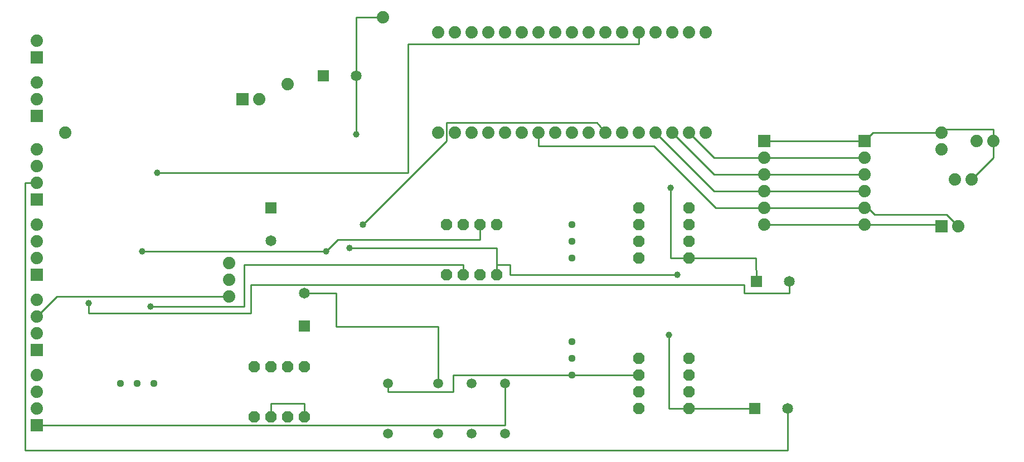
<source format=gbl>
G75*
G70*
%OFA0B0*%
%FSLAX24Y24*%
%IPPOS*%
%LPD*%
%AMOC8*
5,1,8,0,0,1.08239X$1,22.5*
%
%ADD10R,0.0740X0.0740*%
%ADD11C,0.0740*%
%ADD12C,0.0650*%
%ADD13R,0.0650X0.0650*%
%ADD14OC8,0.0680*%
%ADD15C,0.0440*%
%ADD16C,0.0594*%
%ADD17C,0.0100*%
%ADD18C,0.0396*%
%ADD19C,0.0400*%
D10*
X003100Y002600D03*
X003100Y007100D03*
X003100Y011600D03*
X003100Y016100D03*
X003100Y021100D03*
X003100Y024600D03*
X015400Y022100D03*
X046600Y019600D03*
X052600Y019600D03*
X057200Y014500D03*
D11*
X058200Y014500D03*
X052600Y014600D03*
X052600Y015600D03*
X052600Y016600D03*
X052600Y017600D03*
X052600Y018600D03*
X057200Y019100D03*
X057200Y020100D03*
X059300Y019600D03*
X060300Y019600D03*
X059000Y017300D03*
X058000Y017300D03*
X046600Y017600D03*
X046600Y016600D03*
X046600Y015600D03*
X046600Y014600D03*
X046600Y018600D03*
X043100Y020100D03*
X042100Y020100D03*
X041100Y020100D03*
X040100Y020100D03*
X039100Y020100D03*
X038100Y020100D03*
X037100Y020100D03*
X036100Y020100D03*
X035100Y020100D03*
X034100Y020100D03*
X033100Y020100D03*
X032100Y020100D03*
X031100Y020100D03*
X030100Y020100D03*
X029100Y020100D03*
X028100Y020100D03*
X027100Y020100D03*
X018100Y023000D03*
X016400Y022100D03*
X027100Y026100D03*
X028100Y026100D03*
X029100Y026100D03*
X030100Y026100D03*
X031100Y026100D03*
X032100Y026100D03*
X033100Y026100D03*
X034100Y026100D03*
X035100Y026100D03*
X036100Y026100D03*
X037100Y026100D03*
X038100Y026100D03*
X039100Y026100D03*
X040100Y026100D03*
X041100Y026100D03*
X042100Y026100D03*
X043100Y026100D03*
X023800Y027000D03*
X004800Y020100D03*
X003100Y019100D03*
X003100Y018100D03*
X003100Y017100D03*
X003100Y014600D03*
X003100Y013600D03*
X003100Y012600D03*
X003100Y010100D03*
X003100Y009100D03*
X003100Y008100D03*
X003100Y005600D03*
X003100Y004600D03*
X003100Y003600D03*
X014600Y010300D03*
X014600Y011300D03*
X014600Y012300D03*
X003100Y022100D03*
X003100Y023100D03*
X003100Y025600D03*
D12*
X022184Y023500D03*
X017100Y013616D03*
X019100Y010484D03*
X048084Y011200D03*
X047984Y003600D03*
D13*
X046016Y003600D03*
X046116Y011200D03*
X019100Y008516D03*
X017100Y015584D03*
X020216Y023500D03*
D14*
X039100Y015600D03*
X039100Y014600D03*
X039100Y013600D03*
X039100Y012600D03*
X042100Y012600D03*
X042100Y013600D03*
X042100Y014600D03*
X042100Y015600D03*
X030600Y014600D03*
X029600Y014600D03*
X028600Y014600D03*
X027600Y014600D03*
X027600Y011600D03*
X028600Y011600D03*
X029600Y011600D03*
X030600Y011600D03*
X039100Y006600D03*
X039100Y005600D03*
X039100Y004600D03*
X039100Y003600D03*
X042100Y003600D03*
X042100Y004600D03*
X042100Y005600D03*
X042100Y006600D03*
X019100Y006100D03*
X018100Y006100D03*
X017100Y006100D03*
X016100Y006100D03*
X016100Y003100D03*
X017100Y003100D03*
X018100Y003100D03*
X019100Y003100D03*
D15*
X010100Y005100D03*
X009100Y005100D03*
X008100Y005100D03*
X035100Y005600D03*
X035100Y006600D03*
X035100Y007600D03*
X035100Y012600D03*
X035100Y013600D03*
X035100Y014600D03*
D16*
X031100Y005100D03*
X029100Y005100D03*
X027100Y005100D03*
X024100Y005100D03*
X024100Y002100D03*
X027100Y002100D03*
X029100Y002100D03*
X031100Y002100D03*
D17*
X047984Y001100D02*
X002400Y001100D01*
X002400Y017100D01*
X003100Y017100D01*
X010300Y017700D02*
X025300Y017700D01*
X025300Y025400D01*
X039100Y025400D01*
X039100Y026100D01*
X036600Y020700D02*
X027600Y020700D01*
X027600Y019600D01*
X022600Y014600D01*
X021100Y013700D02*
X029600Y013700D01*
X029600Y014600D01*
X030600Y013200D02*
X030600Y012200D01*
X030600Y011600D01*
X031400Y011600D02*
X041400Y011600D01*
X041000Y012600D02*
X042100Y012600D01*
X046100Y012600D01*
X046116Y011200D01*
X045400Y011000D02*
X045400Y010500D01*
X048084Y010500D01*
X048084Y011200D01*
X045400Y011000D02*
X015900Y011000D01*
X015900Y009300D01*
X006200Y009300D01*
X006200Y009900D01*
X004300Y010300D02*
X003100Y009100D01*
X004300Y010300D02*
X014600Y010300D01*
X015500Y009700D02*
X009900Y009700D01*
X015500Y009700D02*
X015500Y012200D01*
X028600Y012200D01*
X028600Y011600D01*
X030600Y012200D02*
X031400Y012200D01*
X031400Y011600D01*
X030600Y013200D02*
X021800Y013200D01*
X021100Y013700D02*
X020400Y013000D01*
X009400Y013000D01*
X019100Y010484D02*
X021000Y010484D01*
X021000Y008500D01*
X027100Y008500D01*
X027100Y005100D01*
X028000Y004600D02*
X028000Y005600D01*
X035100Y005600D01*
X039100Y005600D01*
X040900Y003600D02*
X042100Y003600D01*
X046016Y003600D01*
X047984Y003600D02*
X047984Y001100D01*
X040900Y003600D02*
X040900Y008000D01*
X031100Y005100D02*
X031100Y002600D01*
X003100Y002600D01*
X017100Y003100D02*
X017100Y003900D01*
X019100Y003900D01*
X019100Y003100D01*
X024100Y004600D02*
X028000Y004600D01*
X024100Y004600D02*
X024100Y005100D01*
X041000Y012600D02*
X041000Y016800D01*
X043600Y016600D02*
X040100Y020100D01*
X041100Y020100D02*
X043600Y017600D01*
X046600Y017600D01*
X052600Y017600D01*
X052600Y016600D02*
X046600Y016600D01*
X043600Y016600D01*
X043700Y015600D02*
X040000Y019300D01*
X033100Y019300D01*
X033100Y020100D01*
X036600Y020700D02*
X037100Y020100D01*
X042100Y020100D02*
X043600Y018600D01*
X046600Y018600D01*
X052600Y018600D01*
X052600Y019600D02*
X053100Y020100D01*
X057200Y020100D01*
X057400Y020300D01*
X060300Y020300D01*
X060300Y019600D01*
X060300Y018600D01*
X059000Y017300D01*
X057500Y015200D02*
X053200Y015200D01*
X052800Y015600D01*
X052600Y015600D01*
X046600Y015600D01*
X043700Y015600D01*
X046600Y014600D02*
X052600Y014600D01*
X057100Y014600D01*
X057200Y014500D01*
X057500Y015200D02*
X058200Y014500D01*
X052600Y019600D02*
X046600Y019600D01*
X023800Y027000D02*
X022184Y027000D01*
X022184Y023500D01*
X022184Y020000D01*
X022200Y020000D01*
D18*
X022200Y020000D03*
X010300Y017700D03*
X009400Y013000D03*
X006200Y009900D03*
X009900Y009700D03*
X020400Y013000D03*
X021800Y013200D03*
X040900Y008000D03*
X041400Y011600D03*
X041000Y016800D03*
D19*
X022600Y014600D03*
M02*

</source>
